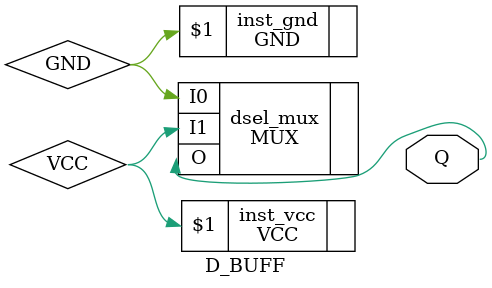
<source format=v>
`include "mux.sim.v"
`include "../gnd/gnd.sim.v"
`include "../vcc/vcc.sim.v"

`timescale 1ns/10ps
(* FASM_PARAMS="" *)
(* MODEL_NAME="D_BUFF" *)
(* keep_hierarchy *)
module D_BUFF (
	Q
);

	output wire Q;

    wire GND, VCC;
    GND inst_gnd(GND);
    VCC inst_vcc(VCC);

    MUX dsel_mux (
        .I0(GND),
        .I1(VCC),
        .O(Q)
	);

endmodule

</source>
